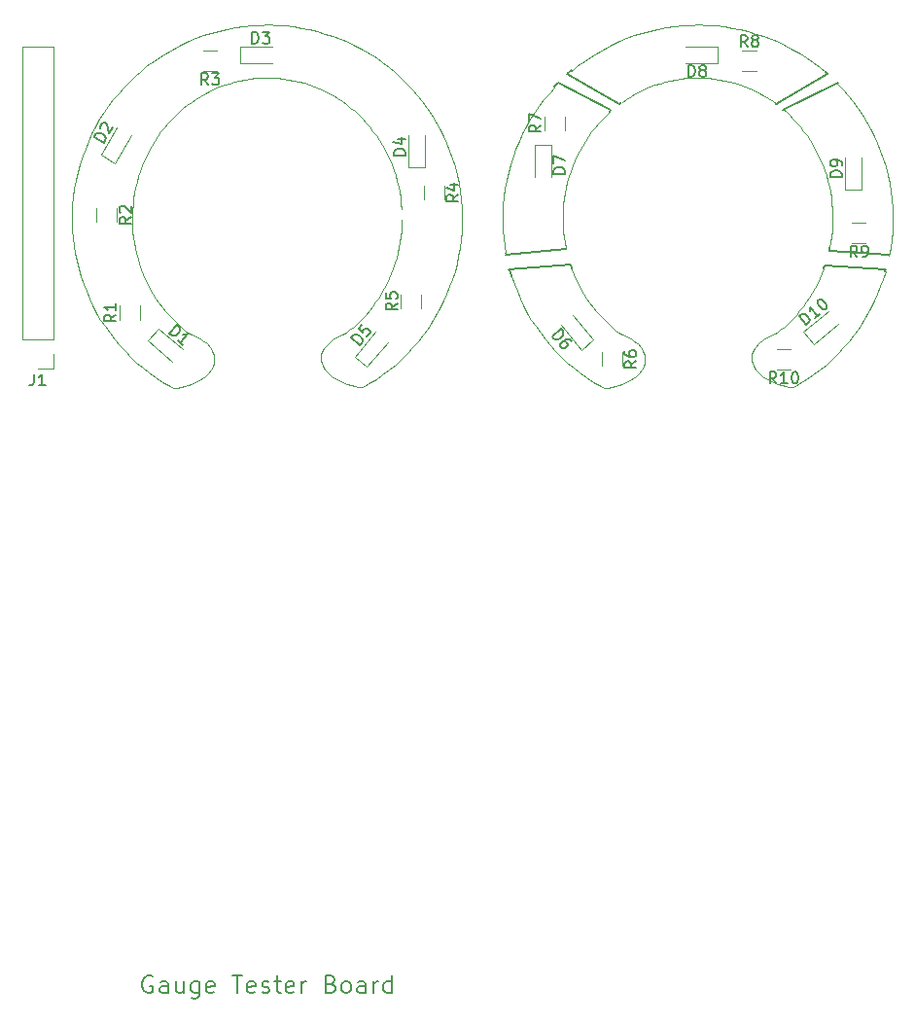
<source format=gbr>
G04 #@! TF.GenerationSoftware,KiCad,Pcbnew,5.1.0*
G04 #@! TF.CreationDate,2019-04-23T13:01:11-05:00*
G04 #@! TF.ProjectId,S4_20Badge,53345f32-3042-4616-9467-652e6b696361,rev?*
G04 #@! TF.SameCoordinates,Original*
G04 #@! TF.FileFunction,Legend,Top*
G04 #@! TF.FilePolarity,Positive*
%FSLAX46Y46*%
G04 Gerber Fmt 4.6, Leading zero omitted, Abs format (unit mm)*
G04 Created by KiCad (PCBNEW 5.1.0) date 2019-04-23 13:01:11*
%MOMM*%
%LPD*%
G04 APERTURE LIST*
%ADD10C,0.150000*%
%ADD11C,0.100000*%
%ADD12C,0.120000*%
G04 APERTURE END LIST*
D10*
X121464285Y-133750000D02*
X121321428Y-133678571D01*
X121107142Y-133678571D01*
X120892857Y-133750000D01*
X120750000Y-133892857D01*
X120678571Y-134035714D01*
X120607142Y-134321428D01*
X120607142Y-134535714D01*
X120678571Y-134821428D01*
X120750000Y-134964285D01*
X120892857Y-135107142D01*
X121107142Y-135178571D01*
X121250000Y-135178571D01*
X121464285Y-135107142D01*
X121535714Y-135035714D01*
X121535714Y-134535714D01*
X121250000Y-134535714D01*
X122821428Y-135178571D02*
X122821428Y-134392857D01*
X122750000Y-134250000D01*
X122607142Y-134178571D01*
X122321428Y-134178571D01*
X122178571Y-134250000D01*
X122821428Y-135107142D02*
X122678571Y-135178571D01*
X122321428Y-135178571D01*
X122178571Y-135107142D01*
X122107142Y-134964285D01*
X122107142Y-134821428D01*
X122178571Y-134678571D01*
X122321428Y-134607142D01*
X122678571Y-134607142D01*
X122821428Y-134535714D01*
X124178571Y-134178571D02*
X124178571Y-135178571D01*
X123535714Y-134178571D02*
X123535714Y-134964285D01*
X123607142Y-135107142D01*
X123750000Y-135178571D01*
X123964285Y-135178571D01*
X124107142Y-135107142D01*
X124178571Y-135035714D01*
X125535714Y-134178571D02*
X125535714Y-135392857D01*
X125464285Y-135535714D01*
X125392857Y-135607142D01*
X125250000Y-135678571D01*
X125035714Y-135678571D01*
X124892857Y-135607142D01*
X125535714Y-135107142D02*
X125392857Y-135178571D01*
X125107142Y-135178571D01*
X124964285Y-135107142D01*
X124892857Y-135035714D01*
X124821428Y-134892857D01*
X124821428Y-134464285D01*
X124892857Y-134321428D01*
X124964285Y-134250000D01*
X125107142Y-134178571D01*
X125392857Y-134178571D01*
X125535714Y-134250000D01*
X126821428Y-135107142D02*
X126678571Y-135178571D01*
X126392857Y-135178571D01*
X126250000Y-135107142D01*
X126178571Y-134964285D01*
X126178571Y-134392857D01*
X126250000Y-134250000D01*
X126392857Y-134178571D01*
X126678571Y-134178571D01*
X126821428Y-134250000D01*
X126892857Y-134392857D01*
X126892857Y-134535714D01*
X126178571Y-134678571D01*
X128464285Y-133678571D02*
X129321428Y-133678571D01*
X128892857Y-135178571D02*
X128892857Y-133678571D01*
X130392857Y-135107142D02*
X130250000Y-135178571D01*
X129964285Y-135178571D01*
X129821428Y-135107142D01*
X129750000Y-134964285D01*
X129750000Y-134392857D01*
X129821428Y-134250000D01*
X129964285Y-134178571D01*
X130250000Y-134178571D01*
X130392857Y-134250000D01*
X130464285Y-134392857D01*
X130464285Y-134535714D01*
X129750000Y-134678571D01*
X131035714Y-135107142D02*
X131178571Y-135178571D01*
X131464285Y-135178571D01*
X131607142Y-135107142D01*
X131678571Y-134964285D01*
X131678571Y-134892857D01*
X131607142Y-134750000D01*
X131464285Y-134678571D01*
X131250000Y-134678571D01*
X131107142Y-134607142D01*
X131035714Y-134464285D01*
X131035714Y-134392857D01*
X131107142Y-134250000D01*
X131250000Y-134178571D01*
X131464285Y-134178571D01*
X131607142Y-134250000D01*
X132107142Y-134178571D02*
X132678571Y-134178571D01*
X132321428Y-133678571D02*
X132321428Y-134964285D01*
X132392857Y-135107142D01*
X132535714Y-135178571D01*
X132678571Y-135178571D01*
X133750000Y-135107142D02*
X133607142Y-135178571D01*
X133321428Y-135178571D01*
X133178571Y-135107142D01*
X133107142Y-134964285D01*
X133107142Y-134392857D01*
X133178571Y-134250000D01*
X133321428Y-134178571D01*
X133607142Y-134178571D01*
X133750000Y-134250000D01*
X133821428Y-134392857D01*
X133821428Y-134535714D01*
X133107142Y-134678571D01*
X134464285Y-135178571D02*
X134464285Y-134178571D01*
X134464285Y-134464285D02*
X134535714Y-134321428D01*
X134607142Y-134250000D01*
X134750000Y-134178571D01*
X134892857Y-134178571D01*
X137035714Y-134392857D02*
X137250000Y-134464285D01*
X137321428Y-134535714D01*
X137392857Y-134678571D01*
X137392857Y-134892857D01*
X137321428Y-135035714D01*
X137250000Y-135107142D01*
X137107142Y-135178571D01*
X136535714Y-135178571D01*
X136535714Y-133678571D01*
X137035714Y-133678571D01*
X137178571Y-133750000D01*
X137250000Y-133821428D01*
X137321428Y-133964285D01*
X137321428Y-134107142D01*
X137250000Y-134250000D01*
X137178571Y-134321428D01*
X137035714Y-134392857D01*
X136535714Y-134392857D01*
X138250000Y-135178571D02*
X138107142Y-135107142D01*
X138035714Y-135035714D01*
X137964285Y-134892857D01*
X137964285Y-134464285D01*
X138035714Y-134321428D01*
X138107142Y-134250000D01*
X138250000Y-134178571D01*
X138464285Y-134178571D01*
X138607142Y-134250000D01*
X138678571Y-134321428D01*
X138750000Y-134464285D01*
X138750000Y-134892857D01*
X138678571Y-135035714D01*
X138607142Y-135107142D01*
X138464285Y-135178571D01*
X138250000Y-135178571D01*
X140035714Y-135178571D02*
X140035714Y-134392857D01*
X139964285Y-134250000D01*
X139821428Y-134178571D01*
X139535714Y-134178571D01*
X139392857Y-134250000D01*
X140035714Y-135107142D02*
X139892857Y-135178571D01*
X139535714Y-135178571D01*
X139392857Y-135107142D01*
X139321428Y-134964285D01*
X139321428Y-134821428D01*
X139392857Y-134678571D01*
X139535714Y-134607142D01*
X139892857Y-134607142D01*
X140035714Y-134535714D01*
X140750000Y-135178571D02*
X140750000Y-134178571D01*
X140750000Y-134464285D02*
X140821428Y-134321428D01*
X140892857Y-134250000D01*
X141035714Y-134178571D01*
X141178571Y-134178571D01*
X142321428Y-135178571D02*
X142321428Y-133678571D01*
X142321428Y-135107142D02*
X142178571Y-135178571D01*
X141892857Y-135178571D01*
X141750000Y-135107142D01*
X141678571Y-135035714D01*
X141607142Y-134892857D01*
X141607142Y-134464285D01*
X141678571Y-134321428D01*
X141750000Y-134250000D01*
X141892857Y-134178571D01*
X142178571Y-134178571D01*
X142321428Y-134250000D01*
X180100000Y-55000000D02*
X180300000Y-55200000D01*
X176600000Y-58400000D02*
X176450000Y-58300000D01*
X180450000Y-70200000D02*
X180400000Y-70550000D01*
X185300000Y-72350000D02*
X185350000Y-72150000D01*
X179950000Y-72050000D02*
X180050000Y-71800000D01*
X158000000Y-72100000D02*
X157900000Y-71750000D01*
X157450000Y-70300000D02*
X157450000Y-70400000D01*
X152250000Y-70750000D02*
X152300000Y-70900000D01*
X152750000Y-72800000D02*
X152550000Y-72200000D01*
X162150000Y-57750000D02*
X162300000Y-57650000D01*
X161300000Y-58450000D02*
X161400000Y-58350000D01*
X156800000Y-55950000D02*
X156500000Y-56300000D01*
X158000000Y-54850000D02*
X157600000Y-55200000D01*
X180300000Y-55200000D02*
X175800000Y-57800000D01*
X176400000Y-58300000D02*
X181200000Y-55950000D01*
X162150000Y-57750000D02*
X157600000Y-55200000D01*
X156800000Y-55950000D02*
X161400000Y-58300000D01*
X152250000Y-70900000D02*
X157450000Y-70400000D01*
X157900000Y-71750000D02*
X152500000Y-72200000D01*
X185600000Y-70900000D02*
X185600000Y-70850000D01*
X180400000Y-70550000D02*
X185600000Y-70900000D01*
X180050000Y-71800000D02*
X185350000Y-72150000D01*
D11*
X176907380Y-82381577D02*
X177243313Y-82431562D01*
X176582398Y-82318148D02*
X176907380Y-82381577D01*
X176269324Y-82241845D02*
X176582398Y-82318148D01*
X175969114Y-82153235D02*
X176269324Y-82241845D01*
X175682725Y-82052888D02*
X175969114Y-82153235D01*
X175411115Y-81941371D02*
X175682725Y-82052888D01*
X175155239Y-81819253D02*
X175411115Y-81941371D01*
X174916055Y-81687104D02*
X175155239Y-81819253D01*
X174694520Y-81545491D02*
X174916055Y-81687104D01*
X174491591Y-81394983D02*
X174694520Y-81545491D01*
X174308224Y-81236148D02*
X174491591Y-81394983D01*
X174145376Y-81069556D02*
X174308224Y-81236148D01*
X174004004Y-80895775D02*
X174145376Y-81069556D01*
X173885066Y-80715373D02*
X174004004Y-80895775D01*
X173789517Y-80528919D02*
X173885066Y-80715373D01*
X173718315Y-80336982D02*
X173789517Y-80528919D01*
X173672890Y-80142565D02*
X173718315Y-80336982D01*
X173653655Y-79948772D02*
X173672890Y-80142565D01*
X173660041Y-79756316D02*
X173653655Y-79948772D01*
X173691478Y-79565914D02*
X173660041Y-79756316D01*
X173747398Y-79378280D02*
X173691478Y-79565914D01*
X173827230Y-79194131D02*
X173747398Y-79378280D01*
X173930406Y-79014182D02*
X173827230Y-79194131D01*
X174056356Y-78839147D02*
X173930406Y-79014182D01*
X174204511Y-78669743D02*
X174056356Y-78839147D01*
X174374302Y-78506685D02*
X174204511Y-78669743D01*
X174565159Y-78350687D02*
X174374302Y-78506685D01*
X174776514Y-78202466D02*
X174565159Y-78350687D01*
X175007796Y-78062737D02*
X174776514Y-78202466D01*
X175258437Y-77932215D02*
X175007796Y-78062737D01*
X175527867Y-77811615D02*
X175258437Y-77932215D01*
X175815517Y-77701653D02*
X175527867Y-77811615D01*
X161128473Y-82468027D02*
X160789925Y-82518461D01*
X161455857Y-82403950D02*
X161128473Y-82468027D01*
X161771103Y-82326811D02*
X161455857Y-82403950D01*
X162073238Y-82237197D02*
X161771103Y-82326811D01*
X162361286Y-82135689D02*
X162073238Y-82237197D01*
X162634275Y-82022873D02*
X162361286Y-82135689D01*
X162891230Y-81899332D02*
X162634275Y-82022873D01*
X163131176Y-81765651D02*
X162891230Y-81899332D01*
X163353141Y-81622412D02*
X163131176Y-81765651D01*
X163556150Y-81470201D02*
X163353141Y-81622412D01*
X163739229Y-81309601D02*
X163556150Y-81470201D01*
X163901405Y-81141195D02*
X163739229Y-81309601D01*
X164041702Y-80965568D02*
X163901405Y-81141195D01*
X164159148Y-80783304D02*
X164041702Y-80965568D01*
X164252767Y-80594987D02*
X164159148Y-80783304D01*
X164321587Y-80401200D02*
X164252767Y-80594987D01*
X164364188Y-80205026D02*
X164321587Y-80401200D01*
X164380200Y-80009644D02*
X164364188Y-80205026D01*
X164370223Y-79815779D02*
X164380200Y-80009644D01*
X164334856Y-79624160D02*
X164370223Y-79815779D01*
X164274699Y-79435514D02*
X164334856Y-79624160D01*
X164190350Y-79250568D02*
X164274699Y-79435514D01*
X164082410Y-79070048D02*
X164190350Y-79250568D01*
X163951477Y-78894683D02*
X164082410Y-79070048D01*
X163798152Y-78725199D02*
X163951477Y-78894683D01*
X163623033Y-78562323D02*
X163798152Y-78725199D01*
X163426720Y-78406783D02*
X163623033Y-78562323D01*
X163209812Y-78259305D02*
X163426720Y-78406783D01*
X162972909Y-78120618D02*
X163209812Y-78259305D01*
X162716610Y-77991447D02*
X162972909Y-78120618D01*
X162441514Y-77872521D02*
X162716610Y-77991447D01*
X162148221Y-77764566D02*
X162441514Y-77872521D01*
X177475830Y-82350955D02*
X177243313Y-82431565D01*
X177829175Y-82120570D02*
X177475830Y-82350955D01*
X178437867Y-81732860D02*
X177829175Y-82120570D01*
X179025892Y-81322270D02*
X178437867Y-81732860D01*
X179592853Y-80889650D02*
X179025892Y-81322270D01*
X180138358Y-80435830D02*
X179592853Y-80889650D01*
X180662011Y-79961640D02*
X180138358Y-80435830D01*
X181163419Y-79467920D02*
X180662011Y-79961640D01*
X181642187Y-78955500D02*
X181163419Y-79467920D01*
X182097921Y-78425200D02*
X181642187Y-78955500D01*
X182530226Y-77877870D02*
X182097921Y-78425200D01*
X182938708Y-77314340D02*
X182530226Y-77877870D01*
X183322973Y-76735440D02*
X182938708Y-77314340D01*
X183682627Y-76142000D02*
X183322973Y-76735440D01*
X184017275Y-75534860D02*
X183682627Y-76142000D01*
X184326522Y-74914840D02*
X184017275Y-75534860D01*
X184609976Y-74282790D02*
X184326522Y-74914840D01*
X184867241Y-73639530D02*
X184609976Y-74282790D01*
X185097923Y-72985900D02*
X184867241Y-73639530D01*
X185301627Y-72322730D02*
X185097923Y-72985900D01*
X185746934Y-70284320D02*
X185626527Y-70971110D01*
X185838784Y-69591320D02*
X185746934Y-70284320D01*
X185901684Y-68892950D02*
X185838784Y-69591320D01*
X185935244Y-68190030D02*
X185901684Y-68892950D01*
X185939044Y-67483410D02*
X185935244Y-68190030D01*
X185912734Y-66773910D02*
X185939044Y-67483410D01*
X185855894Y-66062370D02*
X185912734Y-66773910D01*
X185768144Y-65349620D02*
X185855894Y-66062370D01*
X185649074Y-64636490D02*
X185768144Y-65349620D01*
X185498296Y-63923820D02*
X185649074Y-64636490D01*
X185316961Y-63218200D02*
X185498296Y-63923820D01*
X185106967Y-62526070D02*
X185316961Y-63218200D01*
X184869037Y-61847990D02*
X185106967Y-62526070D01*
X184603897Y-61184530D02*
X184869037Y-61847990D01*
X184312269Y-60536290D02*
X184603897Y-61184530D01*
X183994878Y-59903820D02*
X184312269Y-60536290D01*
X183652448Y-59287710D02*
X183994878Y-59903820D01*
X183285702Y-58688530D02*
X183652448Y-59287710D01*
X182895365Y-58106860D02*
X183285702Y-58688530D01*
X182482160Y-57543260D02*
X182895365Y-58106860D01*
X182046812Y-56998310D02*
X182482160Y-57543260D01*
X181590044Y-56472600D02*
X182046812Y-56998310D01*
X181112581Y-55966690D02*
X181590044Y-56472600D01*
X179563257Y-54573510D02*
X180098463Y-55016570D01*
X179010251Y-54152560D02*
X179563257Y-54573510D01*
X178440168Y-53754290D02*
X179010251Y-54152560D01*
X177853734Y-53379260D02*
X178440168Y-53754290D01*
X177251672Y-53028070D02*
X177853734Y-53379260D01*
X176634706Y-52701270D02*
X177251672Y-53028070D01*
X176003560Y-52399450D02*
X176634706Y-52701270D01*
X175358958Y-52123190D02*
X176003560Y-52399450D01*
X174701624Y-51873040D02*
X175358958Y-52123190D01*
X174032281Y-51649600D02*
X174701624Y-51873040D01*
X173351655Y-51453430D02*
X174032281Y-51649600D01*
X172660468Y-51285110D02*
X173351655Y-51453430D01*
X171959444Y-51145220D02*
X172660468Y-51285110D01*
X171249308Y-51034330D02*
X171959444Y-51145220D01*
X170530784Y-50953030D02*
X171249308Y-51034330D01*
X169804595Y-50901830D02*
X170530784Y-50953030D01*
X169071466Y-50881330D02*
X169804595Y-50901830D01*
X168338127Y-50892030D02*
X169071466Y-50881330D01*
X167611315Y-50933530D02*
X168338127Y-50892030D01*
X166891760Y-51005330D02*
X167611315Y-50933530D01*
X166180195Y-51106790D02*
X166891760Y-51005330D01*
X165477351Y-51237360D02*
X166180195Y-51106790D01*
X164783960Y-51396490D02*
X165477351Y-51237360D01*
X164100754Y-51583600D02*
X164783960Y-51396490D01*
X163428463Y-51798140D02*
X164100754Y-51583600D01*
X162767821Y-52039530D02*
X163428463Y-51798140D01*
X162119557Y-52307220D02*
X162767821Y-52039530D01*
X161484404Y-52600640D02*
X162119557Y-52307220D01*
X160863094Y-52919220D02*
X161484404Y-52600640D01*
X160256358Y-53262390D02*
X160863094Y-52919220D01*
X159664928Y-53629600D02*
X160256358Y-53262390D01*
X159089536Y-54020270D02*
X159664928Y-53629600D01*
X158530912Y-54433850D02*
X159089536Y-54020270D01*
X157989789Y-54869760D02*
X158530912Y-54433850D01*
X156014936Y-56825480D02*
X156478741Y-56305870D01*
X155572291Y-57364600D02*
X156014936Y-56825480D01*
X155151536Y-57922660D02*
X155572291Y-57364600D01*
X154753404Y-58499110D02*
X155151536Y-57922660D01*
X154378624Y-59093370D02*
X154753404Y-58499110D01*
X154027930Y-59704880D02*
X154378624Y-59093370D01*
X153702054Y-60333080D02*
X154027930Y-59704880D01*
X153401725Y-60977400D02*
X153702054Y-60333080D01*
X153127677Y-61637270D02*
X153401725Y-60977400D01*
X152880640Y-62312130D02*
X153127677Y-61637270D01*
X152661347Y-63001420D02*
X152880640Y-62312130D01*
X152470529Y-63704570D02*
X152661347Y-63001420D01*
X152310170Y-64415180D02*
X152470529Y-63704570D01*
X152181511Y-65126660D02*
X152310170Y-64415180D01*
X152084171Y-65838180D02*
X152181511Y-65126660D01*
X152017761Y-66548910D02*
X152084171Y-65838180D01*
X151981901Y-67257990D02*
X152017761Y-66548910D01*
X151976201Y-67964600D02*
X151981901Y-67257990D01*
X152000291Y-68667900D02*
X151976201Y-67964600D01*
X152053791Y-69367050D02*
X152000291Y-68667900D01*
X152136311Y-70061200D02*
X152053791Y-69367050D01*
X152247462Y-70749530D02*
X152136311Y-70061200D01*
X152970758Y-73427800D02*
X152748896Y-72771160D01*
X153219340Y-74074410D02*
X152970758Y-73427800D01*
X153494260Y-74710170D02*
X153219340Y-74074410D01*
X153795134Y-75334240D02*
X153494260Y-74710170D01*
X154121578Y-75945770D02*
X153795134Y-75334240D01*
X154473211Y-76543930D02*
X154121578Y-75945770D01*
X154849649Y-77127880D02*
X154473211Y-76543930D01*
X155250509Y-77696780D02*
X154849649Y-77127880D01*
X155675407Y-78249800D02*
X155250509Y-77696780D01*
X156123961Y-78786100D02*
X155675407Y-78249800D01*
X156595788Y-79304830D02*
X156123961Y-78786100D01*
X157090505Y-79805160D02*
X156595788Y-79304830D01*
X157607729Y-80286260D02*
X157090505Y-79805160D01*
X158147076Y-80747280D02*
X157607729Y-80286260D01*
X158708163Y-81187380D02*
X158147076Y-80747280D01*
X159290608Y-81605740D02*
X158708163Y-81187380D01*
X159894027Y-82001500D02*
X159290608Y-81605740D01*
X160518038Y-82373830D02*
X159894027Y-82001500D01*
X160789925Y-82518461D02*
X160518038Y-82373830D01*
X176146140Y-77444304D02*
X175761892Y-77741660D01*
X176516150Y-77133038D02*
X176146140Y-77444304D01*
X176871748Y-76808401D02*
X176516150Y-77133038D01*
X177212764Y-76470930D02*
X176871748Y-76808401D01*
X177539026Y-76121163D02*
X177212764Y-76470930D01*
X177850363Y-75759638D02*
X177539026Y-76121163D01*
X178146603Y-75386893D02*
X177850363Y-75759638D01*
X178427575Y-75003466D02*
X178146603Y-75386893D01*
X178693108Y-74609893D02*
X178427575Y-75003466D01*
X178943029Y-74206714D02*
X178693108Y-74609893D01*
X179177168Y-73794466D02*
X178943029Y-74206714D01*
X179395352Y-73373687D02*
X179177168Y-73794466D01*
X179597412Y-72944915D02*
X179395352Y-73373687D01*
X179783174Y-72508687D02*
X179597412Y-72944915D01*
X179952468Y-72065541D02*
X179783174Y-72508687D01*
X180545909Y-69764869D02*
X180461530Y-70234537D01*
X180612792Y-69291511D02*
X180545909Y-69764869D01*
X180662006Y-68815001D02*
X180612792Y-69291511D01*
X180693379Y-68335874D02*
X180662006Y-68815001D01*
X180706741Y-67854671D02*
X180693379Y-68335874D01*
X180701920Y-67371928D02*
X180706741Y-67854671D01*
X180678745Y-66888183D02*
X180701920Y-67371928D01*
X180637043Y-66403974D02*
X180678745Y-66888183D01*
X180576644Y-65919840D02*
X180637043Y-66403974D01*
X180497376Y-65436317D02*
X180576644Y-65919840D01*
X180399067Y-64953943D02*
X180497376Y-65436317D01*
X180281547Y-64473257D02*
X180399067Y-64953943D01*
X180144643Y-63994796D02*
X180281547Y-64473257D01*
X179989342Y-63522498D02*
X180144643Y-63994796D01*
X179817035Y-63060165D02*
X179989342Y-63522498D01*
X179628164Y-62608130D02*
X179817035Y-63060165D01*
X179423166Y-62166725D02*
X179628164Y-62608130D01*
X179202481Y-61736286D02*
X179423166Y-62166725D01*
X178966548Y-61317144D02*
X179202481Y-61736286D01*
X178715806Y-60909633D02*
X178966548Y-61317144D01*
X178450694Y-60514086D02*
X178715806Y-60909633D01*
X178171652Y-60130836D02*
X178450694Y-60514086D01*
X177879119Y-59760218D02*
X178171652Y-60130836D01*
X177573533Y-59402563D02*
X177879119Y-59760218D01*
X177255335Y-59058205D02*
X177573533Y-59402563D01*
X176924963Y-58727478D02*
X177255335Y-59058205D01*
X176582856Y-58410715D02*
X176924963Y-58727478D01*
X175490521Y-57547540D02*
X175865196Y-57820412D01*
X175105868Y-57289964D02*
X175490521Y-57547540D01*
X174711676Y-57048018D02*
X175105868Y-57289964D01*
X174308385Y-56822035D02*
X174711676Y-57048018D01*
X173896434Y-56612349D02*
X174308385Y-56822035D01*
X173476262Y-56419292D02*
X173896434Y-56612349D01*
X173048307Y-56243199D02*
X173476262Y-56419292D01*
X172613010Y-56084402D02*
X173048307Y-56243199D01*
X172170809Y-55943234D02*
X172613010Y-56084402D01*
X171722144Y-55820029D02*
X172170809Y-55943234D01*
X171267454Y-55715120D02*
X171722144Y-55820029D01*
X170807178Y-55628840D02*
X171267454Y-55715120D01*
X170341755Y-55561523D02*
X170807178Y-55628840D01*
X169871624Y-55513502D02*
X170341755Y-55561523D01*
X169397225Y-55485110D02*
X169871624Y-55513502D01*
X168918996Y-55476680D02*
X169397225Y-55485110D01*
X168440832Y-55488422D02*
X168918996Y-55476680D01*
X167966623Y-55520099D02*
X168440832Y-55488422D01*
X167496808Y-55571375D02*
X167966623Y-55520099D01*
X167031823Y-55641914D02*
X167496808Y-55571375D01*
X166572105Y-55731380D02*
X167031823Y-55641914D01*
X166118091Y-55839435D02*
X166572105Y-55731380D01*
X165670219Y-55965745D02*
X166118091Y-55839435D01*
X165228925Y-56109972D02*
X165670219Y-55965745D01*
X164794647Y-56271780D02*
X165228925Y-56109972D01*
X164367821Y-56450834D02*
X164794647Y-56271780D01*
X163948884Y-56646796D02*
X164367821Y-56450834D01*
X163538274Y-56859331D02*
X163948884Y-56646796D01*
X163136428Y-57088102D02*
X163538274Y-56859331D01*
X162743782Y-57332772D02*
X163136428Y-57088102D01*
X162360774Y-57593006D02*
X162743782Y-57332772D01*
X160933861Y-58782853D02*
X161273948Y-58463728D01*
X160605598Y-59115861D02*
X160933861Y-58782853D01*
X160289595Y-59462415D02*
X160605598Y-59115861D01*
X159986289Y-59822178D02*
X160289595Y-59462415D01*
X159696117Y-60194815D02*
X159986289Y-59822178D01*
X159419516Y-60579988D02*
X159696117Y-60194815D01*
X159156923Y-60977362D02*
X159419516Y-60579988D01*
X158908776Y-61386601D02*
X159156923Y-60977362D01*
X158675511Y-61807368D02*
X158908776Y-61386601D01*
X158457566Y-62239326D02*
X158675511Y-61807368D01*
X158255377Y-62682140D02*
X158457566Y-62239326D01*
X158069382Y-63135474D02*
X158255377Y-62682140D01*
X157900017Y-63598990D02*
X158069382Y-63135474D01*
X157747720Y-64072353D02*
X157900017Y-63598990D01*
X157613859Y-64551752D02*
X157747720Y-64072353D01*
X157499396Y-65033241D02*
X157613859Y-64551752D01*
X157404154Y-65516285D02*
X157499396Y-65033241D01*
X157327960Y-66000346D02*
X157404154Y-65516285D01*
X157270639Y-66484889D02*
X157327960Y-66000346D01*
X157232014Y-66969375D02*
X157270639Y-66484889D01*
X157211913Y-67453270D02*
X157232014Y-66969375D01*
X157210159Y-67936036D02*
X157211913Y-67453270D01*
X157226578Y-68417136D02*
X157210159Y-67936036D01*
X157260996Y-68896035D02*
X157226578Y-68417136D01*
X157313236Y-69372194D02*
X157260996Y-68896035D01*
X157383125Y-69845079D02*
X157313236Y-69372194D01*
X157470487Y-70314151D02*
X157383125Y-69845079D01*
X158163277Y-72583553D02*
X157991171Y-72141590D01*
X158351807Y-73018485D02*
X158163277Y-72583553D01*
X158556586Y-73445849D02*
X158351807Y-73018485D01*
X158777440Y-73865108D02*
X158556586Y-73445849D01*
X159014193Y-74275725D02*
X158777440Y-73865108D01*
X159266670Y-74677165D02*
X159014193Y-74275725D01*
X159534697Y-75068889D02*
X159266670Y-74677165D01*
X159818100Y-75450363D02*
X159534697Y-75068889D01*
X160116702Y-75821048D02*
X159818100Y-75450363D01*
X160430329Y-76180409D02*
X160116702Y-75821048D01*
X160758806Y-76527908D02*
X160430329Y-76180409D01*
X161101959Y-76863010D02*
X160758806Y-76527908D01*
X161459612Y-77185177D02*
X161101959Y-76863010D01*
X161831591Y-77493873D02*
X161459612Y-77185177D01*
X162217720Y-77788562D02*
X161831591Y-77493873D01*
X139407380Y-82381577D02*
X139743313Y-82431562D01*
X139082398Y-82318148D02*
X139407380Y-82381577D01*
X138769324Y-82241845D02*
X139082398Y-82318148D01*
X138469114Y-82153235D02*
X138769324Y-82241845D01*
X138182725Y-82052888D02*
X138469114Y-82153235D01*
X137911115Y-81941371D02*
X138182725Y-82052888D01*
X137655239Y-81819253D02*
X137911115Y-81941371D01*
X137416055Y-81687104D02*
X137655239Y-81819253D01*
X137194520Y-81545491D02*
X137416055Y-81687104D01*
X136991591Y-81394983D02*
X137194520Y-81545491D01*
X136808224Y-81236148D02*
X136991591Y-81394983D01*
X136645376Y-81069556D02*
X136808224Y-81236148D01*
X136504004Y-80895775D02*
X136645376Y-81069556D01*
X136385066Y-80715373D02*
X136504004Y-80895775D01*
X136289517Y-80528919D02*
X136385066Y-80715373D01*
X136218315Y-80336982D02*
X136289517Y-80528919D01*
X136172890Y-80142565D02*
X136218315Y-80336982D01*
X136153655Y-79948772D02*
X136172890Y-80142565D01*
X136160041Y-79756316D02*
X136153655Y-79948772D01*
X136191478Y-79565914D02*
X136160041Y-79756316D01*
X136247398Y-79378280D02*
X136191478Y-79565914D01*
X136327230Y-79194131D02*
X136247398Y-79378280D01*
X136430406Y-79014182D02*
X136327230Y-79194131D01*
X136556356Y-78839147D02*
X136430406Y-79014182D01*
X136704511Y-78669743D02*
X136556356Y-78839147D01*
X136874302Y-78506685D02*
X136704511Y-78669743D01*
X137065159Y-78350687D02*
X136874302Y-78506685D01*
X137276514Y-78202466D02*
X137065159Y-78350687D01*
X137507796Y-78062737D02*
X137276514Y-78202466D01*
X137758437Y-77932215D02*
X137507796Y-78062737D01*
X138027867Y-77811615D02*
X137758437Y-77932215D01*
X138315517Y-77701653D02*
X138027867Y-77811615D01*
X123628473Y-82468027D02*
X123289925Y-82518461D01*
X123955857Y-82403950D02*
X123628473Y-82468027D01*
X124271103Y-82326811D02*
X123955857Y-82403950D01*
X124573238Y-82237197D02*
X124271103Y-82326811D01*
X124861286Y-82135689D02*
X124573238Y-82237197D01*
X125134275Y-82022873D02*
X124861286Y-82135689D01*
X125391230Y-81899332D02*
X125134275Y-82022873D01*
X125631176Y-81765651D02*
X125391230Y-81899332D01*
X125853141Y-81622412D02*
X125631176Y-81765651D01*
X126056150Y-81470201D02*
X125853141Y-81622412D01*
X126239229Y-81309601D02*
X126056150Y-81470201D01*
X126401405Y-81141195D02*
X126239229Y-81309601D01*
X126541702Y-80965568D02*
X126401405Y-81141195D01*
X126659148Y-80783304D02*
X126541702Y-80965568D01*
X126752767Y-80594987D02*
X126659148Y-80783304D01*
X126821587Y-80401200D02*
X126752767Y-80594987D01*
X126864188Y-80205026D02*
X126821587Y-80401200D01*
X126880200Y-80009644D02*
X126864188Y-80205026D01*
X126870223Y-79815779D02*
X126880200Y-80009644D01*
X126834856Y-79624160D02*
X126870223Y-79815779D01*
X126774699Y-79435514D02*
X126834856Y-79624160D01*
X126690350Y-79250568D02*
X126774699Y-79435514D01*
X126582410Y-79070048D02*
X126690350Y-79250568D01*
X126451477Y-78894683D02*
X126582410Y-79070048D01*
X126298152Y-78725199D02*
X126451477Y-78894683D01*
X126123033Y-78562323D02*
X126298152Y-78725199D01*
X125926720Y-78406783D02*
X126123033Y-78562323D01*
X125709812Y-78259305D02*
X125926720Y-78406783D01*
X125472909Y-78120618D02*
X125709812Y-78259305D01*
X125216610Y-77991447D02*
X125472909Y-78120618D01*
X124941514Y-77872521D02*
X125216610Y-77991447D01*
X124648221Y-77764566D02*
X124941514Y-77872521D01*
X139975830Y-82350955D02*
X139743313Y-82431565D01*
X140329175Y-82120570D02*
X139975830Y-82350955D01*
X140937867Y-81732860D02*
X140329175Y-82120570D01*
X141525892Y-81322270D02*
X140937867Y-81732860D01*
X142092853Y-80889650D02*
X141525892Y-81322270D01*
X142638358Y-80435830D02*
X142092853Y-80889650D01*
X143162011Y-79961640D02*
X142638358Y-80435830D01*
X143663419Y-79467920D02*
X143162011Y-79961640D01*
X144142187Y-78955500D02*
X143663419Y-79467920D01*
X144597921Y-78425200D02*
X144142187Y-78955500D01*
X145030226Y-77877870D02*
X144597921Y-78425200D01*
X145438708Y-77314340D02*
X145030226Y-77877870D01*
X145822973Y-76735440D02*
X145438708Y-77314340D01*
X146182627Y-76142000D02*
X145822973Y-76735440D01*
X146517275Y-75534860D02*
X146182627Y-76142000D01*
X146826522Y-74914840D02*
X146517275Y-75534860D01*
X147109976Y-74282790D02*
X146826522Y-74914840D01*
X147367241Y-73639530D02*
X147109976Y-74282790D01*
X147597923Y-72985900D02*
X147367241Y-73639530D01*
X147801627Y-72322730D02*
X147597923Y-72985900D01*
X147977960Y-71650860D02*
X147801627Y-72322730D01*
X148126527Y-70971110D02*
X147977960Y-71650860D01*
X148246934Y-70284320D02*
X148126527Y-70971110D01*
X148338784Y-69591320D02*
X148246934Y-70284320D01*
X148401684Y-68892950D02*
X148338784Y-69591320D01*
X148435244Y-68190030D02*
X148401684Y-68892950D01*
X148439044Y-67483410D02*
X148435244Y-68190030D01*
X148412734Y-66773910D02*
X148439044Y-67483410D01*
X148355894Y-66062370D02*
X148412734Y-66773910D01*
X148268144Y-65349620D02*
X148355894Y-66062370D01*
X148149074Y-64636490D02*
X148268144Y-65349620D01*
X147998296Y-63923820D02*
X148149074Y-64636490D01*
X147816961Y-63218200D02*
X147998296Y-63923820D01*
X147606967Y-62526070D02*
X147816961Y-63218200D01*
X147369037Y-61847990D02*
X147606967Y-62526070D01*
X147103897Y-61184530D02*
X147369037Y-61847990D01*
X146812269Y-60536290D02*
X147103897Y-61184530D01*
X146494878Y-59903820D02*
X146812269Y-60536290D01*
X146152448Y-59287710D02*
X146494878Y-59903820D01*
X145785702Y-58688530D02*
X146152448Y-59287710D01*
X145395365Y-58106860D02*
X145785702Y-58688530D01*
X144982160Y-57543260D02*
X145395365Y-58106860D01*
X144546812Y-56998310D02*
X144982160Y-57543260D01*
X144090044Y-56472600D02*
X144546812Y-56998310D01*
X143612581Y-55966690D02*
X144090044Y-56472600D01*
X143115146Y-55481150D02*
X143612581Y-55966690D01*
X142598463Y-55016570D02*
X143115146Y-55481150D01*
X142063257Y-54573510D02*
X142598463Y-55016570D01*
X141510251Y-54152560D02*
X142063257Y-54573510D01*
X140940168Y-53754290D02*
X141510251Y-54152560D01*
X140353734Y-53379260D02*
X140940168Y-53754290D01*
X139751672Y-53028070D02*
X140353734Y-53379260D01*
X139134706Y-52701270D02*
X139751672Y-53028070D01*
X138503560Y-52399450D02*
X139134706Y-52701270D01*
X137858958Y-52123190D02*
X138503560Y-52399450D01*
X137201624Y-51873040D02*
X137858958Y-52123190D01*
X136532281Y-51649600D02*
X137201624Y-51873040D01*
X135851655Y-51453430D02*
X136532281Y-51649600D01*
X135160468Y-51285110D02*
X135851655Y-51453430D01*
X134459444Y-51145220D02*
X135160468Y-51285110D01*
X133749308Y-51034330D02*
X134459444Y-51145220D01*
X133030784Y-50953030D02*
X133749308Y-51034330D01*
X132304595Y-50901830D02*
X133030784Y-50953030D01*
X131571466Y-50881330D02*
X132304595Y-50901830D01*
X130838127Y-50892030D02*
X131571466Y-50881330D01*
X130111315Y-50933530D02*
X130838127Y-50892030D01*
X129391760Y-51005330D02*
X130111315Y-50933530D01*
X128680195Y-51106790D02*
X129391760Y-51005330D01*
X127977351Y-51237360D02*
X128680195Y-51106790D01*
X127283960Y-51396490D02*
X127977351Y-51237360D01*
X126600754Y-51583600D02*
X127283960Y-51396490D01*
X125928463Y-51798140D02*
X126600754Y-51583600D01*
X125267821Y-52039530D02*
X125928463Y-51798140D01*
X124619557Y-52307220D02*
X125267821Y-52039530D01*
X123984404Y-52600640D02*
X124619557Y-52307220D01*
X123363094Y-52919220D02*
X123984404Y-52600640D01*
X122756358Y-53262390D02*
X123363094Y-52919220D01*
X122164928Y-53629600D02*
X122756358Y-53262390D01*
X121589536Y-54020270D02*
X122164928Y-53629600D01*
X121030912Y-54433850D02*
X121589536Y-54020270D01*
X120489789Y-54869760D02*
X121030912Y-54433850D01*
X119966899Y-55327450D02*
X120489789Y-54869760D01*
X119462972Y-55806340D02*
X119966899Y-55327450D01*
X118978741Y-56305870D02*
X119462972Y-55806340D01*
X118514936Y-56825480D02*
X118978741Y-56305870D01*
X118072291Y-57364600D02*
X118514936Y-56825480D01*
X117651536Y-57922660D02*
X118072291Y-57364600D01*
X117253404Y-58499110D02*
X117651536Y-57922660D01*
X116878624Y-59093370D02*
X117253404Y-58499110D01*
X116527930Y-59704880D02*
X116878624Y-59093370D01*
X116202054Y-60333080D02*
X116527930Y-59704880D01*
X115901725Y-60977400D02*
X116202054Y-60333080D01*
X115627677Y-61637270D02*
X115901725Y-60977400D01*
X115380640Y-62312130D02*
X115627677Y-61637270D01*
X115161347Y-63001420D02*
X115380640Y-62312130D01*
X114970529Y-63704570D02*
X115161347Y-63001420D01*
X114810170Y-64415180D02*
X114970529Y-63704570D01*
X114681511Y-65126660D02*
X114810170Y-64415180D01*
X114584171Y-65838180D02*
X114681511Y-65126660D01*
X114517761Y-66548910D02*
X114584171Y-65838180D01*
X114481901Y-67257990D02*
X114517761Y-66548910D01*
X114476201Y-67964600D02*
X114481901Y-67257990D01*
X114500291Y-68667900D02*
X114476201Y-67964600D01*
X114553791Y-69367050D02*
X114500291Y-68667900D01*
X114636311Y-70061200D02*
X114553791Y-69367050D01*
X114747462Y-70749530D02*
X114636311Y-70061200D01*
X114886865Y-71431190D02*
X114747462Y-70749530D01*
X115054137Y-72105350D02*
X114886865Y-71431190D01*
X115248896Y-72771160D02*
X115054137Y-72105350D01*
X115470758Y-73427800D02*
X115248896Y-72771160D01*
X115719340Y-74074410D02*
X115470758Y-73427800D01*
X115994260Y-74710170D02*
X115719340Y-74074410D01*
X116295134Y-75334240D02*
X115994260Y-74710170D01*
X116621578Y-75945770D02*
X116295134Y-75334240D01*
X116973211Y-76543930D02*
X116621578Y-75945770D01*
X117349649Y-77127880D02*
X116973211Y-76543930D01*
X117750509Y-77696780D02*
X117349649Y-77127880D01*
X118175407Y-78249800D02*
X117750509Y-77696780D01*
X118623961Y-78786100D02*
X118175407Y-78249800D01*
X119095788Y-79304830D02*
X118623961Y-78786100D01*
X119590505Y-79805160D02*
X119095788Y-79304830D01*
X120107729Y-80286260D02*
X119590505Y-79805160D01*
X120647076Y-80747280D02*
X120107729Y-80286260D01*
X121208163Y-81187380D02*
X120647076Y-80747280D01*
X121790608Y-81605740D02*
X121208163Y-81187380D01*
X122394027Y-82001500D02*
X121790608Y-81605740D01*
X123018038Y-82373830D02*
X122394027Y-82001500D01*
X123289925Y-82518461D02*
X123018038Y-82373830D01*
X138646140Y-77444304D02*
X138261892Y-77741660D01*
X139016150Y-77133038D02*
X138646140Y-77444304D01*
X139371748Y-76808401D02*
X139016150Y-77133038D01*
X139712764Y-76470930D02*
X139371748Y-76808401D01*
X140039026Y-76121163D02*
X139712764Y-76470930D01*
X140350363Y-75759638D02*
X140039026Y-76121163D01*
X140646603Y-75386893D02*
X140350363Y-75759638D01*
X140927575Y-75003466D02*
X140646603Y-75386893D01*
X141193108Y-74609893D02*
X140927575Y-75003466D01*
X141443029Y-74206714D02*
X141193108Y-74609893D01*
X141677168Y-73794466D02*
X141443029Y-74206714D01*
X141895352Y-73373687D02*
X141677168Y-73794466D01*
X142097412Y-72944915D02*
X141895352Y-73373687D01*
X142283174Y-72508687D02*
X142097412Y-72944915D01*
X142452468Y-72065541D02*
X142283174Y-72508687D01*
X142605122Y-71616015D02*
X142452468Y-72065541D01*
X142740964Y-71160647D02*
X142605122Y-71616015D01*
X142859824Y-70699975D02*
X142740964Y-71160647D01*
X142961530Y-70234537D02*
X142859824Y-70699975D01*
X143045909Y-69764869D02*
X142961530Y-70234537D01*
X143112792Y-69291511D02*
X143045909Y-69764869D01*
X143162006Y-68815001D02*
X143112792Y-69291511D01*
X143193379Y-68335874D02*
X143162006Y-68815001D01*
X143206741Y-67854671D02*
X143193379Y-68335874D01*
X143137043Y-66403974D02*
X143178745Y-66888183D01*
X143076644Y-65919840D02*
X143137043Y-66403974D01*
X142997376Y-65436317D02*
X143076644Y-65919840D01*
X142899067Y-64953943D02*
X142997376Y-65436317D01*
X142781547Y-64473257D02*
X142899067Y-64953943D01*
X142644643Y-63994796D02*
X142781547Y-64473257D01*
X142489342Y-63522498D02*
X142644643Y-63994796D01*
X142317035Y-63060165D02*
X142489342Y-63522498D01*
X142128164Y-62608130D02*
X142317035Y-63060165D01*
X141923166Y-62166725D02*
X142128164Y-62608130D01*
X141702481Y-61736286D02*
X141923166Y-62166725D01*
X141466548Y-61317144D02*
X141702481Y-61736286D01*
X141215806Y-60909633D02*
X141466548Y-61317144D01*
X140950694Y-60514086D02*
X141215806Y-60909633D01*
X140671652Y-60130836D02*
X140950694Y-60514086D01*
X140379119Y-59760218D02*
X140671652Y-60130836D01*
X140073533Y-59402563D02*
X140379119Y-59760218D01*
X139755335Y-59058205D02*
X140073533Y-59402563D01*
X139424963Y-58727478D02*
X139755335Y-59058205D01*
X139082856Y-58410715D02*
X139424963Y-58727478D01*
X138729454Y-58108249D02*
X139082856Y-58410715D01*
X138365196Y-57820412D02*
X138729454Y-58108249D01*
X137990521Y-57547540D02*
X138365196Y-57820412D01*
X137605868Y-57289964D02*
X137990521Y-57547540D01*
X137211676Y-57048018D02*
X137605868Y-57289964D01*
X136808385Y-56822035D02*
X137211676Y-57048018D01*
X136396434Y-56612349D02*
X136808385Y-56822035D01*
X135976262Y-56419292D02*
X136396434Y-56612349D01*
X135548307Y-56243199D02*
X135976262Y-56419292D01*
X135113010Y-56084402D02*
X135548307Y-56243199D01*
X134670809Y-55943234D02*
X135113010Y-56084402D01*
X134222144Y-55820029D02*
X134670809Y-55943234D01*
X133767454Y-55715120D02*
X134222144Y-55820029D01*
X133307178Y-55628840D02*
X133767454Y-55715120D01*
X132841755Y-55561523D02*
X133307178Y-55628840D01*
X132371624Y-55513502D02*
X132841755Y-55561523D01*
X131897225Y-55485110D02*
X132371624Y-55513502D01*
X131418996Y-55476680D02*
X131897225Y-55485110D01*
X130940832Y-55488422D02*
X131418996Y-55476680D01*
X130466623Y-55520099D02*
X130940832Y-55488422D01*
X129996808Y-55571375D02*
X130466623Y-55520099D01*
X129531823Y-55641914D02*
X129996808Y-55571375D01*
X129072105Y-55731380D02*
X129531823Y-55641914D01*
X128618091Y-55839435D02*
X129072105Y-55731380D01*
X128170219Y-55965745D02*
X128618091Y-55839435D01*
X127728925Y-56109972D02*
X128170219Y-55965745D01*
X127294647Y-56271780D02*
X127728925Y-56109972D01*
X126867821Y-56450834D02*
X127294647Y-56271780D01*
X126448884Y-56646796D02*
X126867821Y-56450834D01*
X126038274Y-56859331D02*
X126448884Y-56646796D01*
X125636428Y-57088102D02*
X126038274Y-56859331D01*
X125243782Y-57332772D02*
X125636428Y-57088102D01*
X124860774Y-57593006D02*
X125243782Y-57332772D01*
X124487841Y-57868468D02*
X124860774Y-57593006D01*
X124125420Y-58158821D02*
X124487841Y-57868468D01*
X123773948Y-58463728D02*
X124125420Y-58158821D01*
X123433861Y-58782853D02*
X123773948Y-58463728D01*
X123105598Y-59115861D02*
X123433861Y-58782853D01*
X122789595Y-59462415D02*
X123105598Y-59115861D01*
X122486289Y-59822178D02*
X122789595Y-59462415D01*
X122196117Y-60194815D02*
X122486289Y-59822178D01*
X121919516Y-60579988D02*
X122196117Y-60194815D01*
X121656923Y-60977362D02*
X121919516Y-60579988D01*
X121408776Y-61386601D02*
X121656923Y-60977362D01*
X121175511Y-61807368D02*
X121408776Y-61386601D01*
X120957566Y-62239326D02*
X121175511Y-61807368D01*
X120755377Y-62682140D02*
X120957566Y-62239326D01*
X120569382Y-63135474D02*
X120755377Y-62682140D01*
X120400017Y-63598990D02*
X120569382Y-63135474D01*
X120247720Y-64072353D02*
X120400017Y-63598990D01*
X120113859Y-64551752D02*
X120247720Y-64072353D01*
X119999396Y-65033241D02*
X120113859Y-64551752D01*
X119904154Y-65516285D02*
X119999396Y-65033241D01*
X119827960Y-66000346D02*
X119904154Y-65516285D01*
X119770639Y-66484889D02*
X119827960Y-66000346D01*
X119732014Y-66969375D02*
X119770639Y-66484889D01*
X119711913Y-67453270D02*
X119732014Y-66969375D01*
X119710159Y-67936036D02*
X119711913Y-67453270D01*
X119726578Y-68417136D02*
X119710159Y-67936036D01*
X119760996Y-68896035D02*
X119726578Y-68417136D01*
X119813236Y-69372194D02*
X119760996Y-68896035D01*
X119883125Y-69845079D02*
X119813236Y-69372194D01*
X119970487Y-70314151D02*
X119883125Y-69845079D01*
X120075147Y-70778875D02*
X119970487Y-70314151D01*
X120196931Y-71238714D02*
X120075147Y-70778875D01*
X120335664Y-71693131D02*
X120196931Y-71238714D01*
X120491171Y-72141590D02*
X120335664Y-71693131D01*
X120663277Y-72583553D02*
X120491171Y-72141590D01*
X120851807Y-73018485D02*
X120663277Y-72583553D01*
X121056586Y-73445849D02*
X120851807Y-73018485D01*
X121277440Y-73865108D02*
X121056586Y-73445849D01*
X121514193Y-74275725D02*
X121277440Y-73865108D01*
X121766670Y-74677165D02*
X121514193Y-74275725D01*
X122034697Y-75068889D02*
X121766670Y-74677165D01*
X122318100Y-75450363D02*
X122034697Y-75068889D01*
X122616702Y-75821048D02*
X122318100Y-75450363D01*
X122930329Y-76180409D02*
X122616702Y-75821048D01*
X123258806Y-76527908D02*
X122930329Y-76180409D01*
X123601959Y-76863010D02*
X123258806Y-76527908D01*
X123959612Y-77185177D02*
X123601959Y-76863010D01*
X124331591Y-77493873D02*
X123959612Y-77185177D01*
X124717720Y-77788562D02*
X124331591Y-77493873D01*
D12*
X121971071Y-77306751D02*
X124115996Y-79106556D01*
X121071169Y-78379213D02*
X123216093Y-80179019D01*
X121971071Y-77306751D02*
X121071169Y-78379213D01*
X158827853Y-79171480D02*
X159900315Y-78271578D01*
X159900315Y-78271578D02*
X158100510Y-76126653D01*
X158827853Y-79171480D02*
X157028047Y-77026556D01*
X116993782Y-62208846D02*
X118393782Y-59783975D01*
X118206218Y-62908846D02*
X119606218Y-60483975D01*
X116993782Y-62208846D02*
X118206218Y-62908846D01*
X156200000Y-61300000D02*
X154800000Y-61300000D01*
X154800000Y-61300000D02*
X154800000Y-64100000D01*
X156200000Y-61300000D02*
X156200000Y-64100000D01*
X129100000Y-52800000D02*
X129100000Y-54200000D01*
X129100000Y-54200000D02*
X131900000Y-54200000D01*
X129100000Y-52800000D02*
X131900000Y-52800000D01*
X170700000Y-54200000D02*
X167900000Y-54200000D01*
X170700000Y-52800000D02*
X167900000Y-52800000D01*
X170700000Y-54200000D02*
X170700000Y-52800000D01*
X143800000Y-63300000D02*
X143800000Y-60500000D01*
X145200000Y-63300000D02*
X145200000Y-60500000D01*
X143800000Y-63300000D02*
X145200000Y-63300000D01*
X181800000Y-65200000D02*
X183200000Y-65200000D01*
X183200000Y-65200000D02*
X183200000Y-62400000D01*
X181800000Y-65200000D02*
X181800000Y-62400000D01*
X139099685Y-79771578D02*
X140172147Y-80671480D01*
X140172147Y-80671480D02*
X141971953Y-78526556D01*
X139099685Y-79771578D02*
X140899490Y-77626653D01*
X178171169Y-77620787D02*
X180316093Y-75820981D01*
X179071071Y-78693249D02*
X181215996Y-76893444D01*
X178171169Y-77620787D02*
X179071071Y-78693249D01*
X112830000Y-52770000D02*
X110170000Y-52770000D01*
X112830000Y-78230000D02*
X112830000Y-52770000D01*
X110170000Y-78230000D02*
X110170000Y-52770000D01*
X112830000Y-78230000D02*
X110170000Y-78230000D01*
X112830000Y-79500000D02*
X112830000Y-80830000D01*
X112830000Y-80830000D02*
X111500000Y-80830000D01*
X118620000Y-76550000D02*
X118620000Y-75350000D01*
X120380000Y-75350000D02*
X120380000Y-76550000D01*
X162380000Y-79400000D02*
X162380000Y-80600000D01*
X160620000Y-80600000D02*
X160620000Y-79400000D01*
X116620000Y-68050000D02*
X116620000Y-66850000D01*
X118380000Y-66850000D02*
X118380000Y-68050000D01*
X157380000Y-58850000D02*
X157380000Y-60050000D01*
X155620000Y-60050000D02*
X155620000Y-58850000D01*
X127100000Y-54880000D02*
X125900000Y-54880000D01*
X125900000Y-53120000D02*
X127100000Y-53120000D01*
X174050000Y-54880000D02*
X172850000Y-54880000D01*
X172850000Y-53120000D02*
X174050000Y-53120000D01*
X145120000Y-66100000D02*
X145120000Y-64900000D01*
X146880000Y-64900000D02*
X146880000Y-66100000D01*
X183600000Y-69880000D02*
X182400000Y-69880000D01*
X182400000Y-68120000D02*
X183600000Y-68120000D01*
X143120000Y-75550000D02*
X143120000Y-74350000D01*
X144880000Y-74350000D02*
X144880000Y-75550000D01*
X175850000Y-79120000D02*
X177050000Y-79120000D01*
X177050000Y-80880000D02*
X175850000Y-80880000D01*
D10*
X122975843Y-77761341D02*
X123618630Y-76995296D01*
X123801022Y-77148341D01*
X123879848Y-77276646D01*
X123891587Y-77410821D01*
X123866847Y-77514386D01*
X123780890Y-77690908D01*
X123689063Y-77800343D01*
X123530149Y-77915648D01*
X123432453Y-77957995D01*
X123298278Y-77969734D01*
X123158234Y-77914386D01*
X122975843Y-77761341D01*
X124143149Y-78740827D02*
X123705409Y-78373520D01*
X123924279Y-78557173D02*
X124567066Y-77791129D01*
X124402283Y-77839346D01*
X124268109Y-77851085D01*
X124164543Y-77826345D01*
X156275319Y-78000062D02*
X157041364Y-77357274D01*
X157194408Y-77539666D01*
X157249757Y-77679709D01*
X157238018Y-77813884D01*
X157195670Y-77911580D01*
X157080366Y-78070494D01*
X156970931Y-78162321D01*
X156794409Y-78248278D01*
X156690843Y-78273018D01*
X156556669Y-78261279D01*
X156428364Y-78182453D01*
X156275319Y-78000062D01*
X157959632Y-78451623D02*
X157837196Y-78305710D01*
X157739500Y-78263362D01*
X157672412Y-78257493D01*
X157501760Y-78276363D01*
X157325237Y-78362321D01*
X157033411Y-78607192D01*
X156991063Y-78704888D01*
X156985194Y-78771975D01*
X157009934Y-78875541D01*
X157132369Y-79021454D01*
X157230065Y-79063802D01*
X157297153Y-79069671D01*
X157400718Y-79044932D01*
X157583110Y-78891887D01*
X157625457Y-78794191D01*
X157631327Y-78727104D01*
X157606587Y-78623538D01*
X157484152Y-78477625D01*
X157386455Y-78435277D01*
X157319368Y-78429408D01*
X157215803Y-78454147D01*
X117266988Y-61140399D02*
X116400963Y-60640399D01*
X116520010Y-60434203D01*
X116632678Y-60334294D01*
X116762776Y-60299435D01*
X116869064Y-60305814D01*
X117057831Y-60359813D01*
X117181549Y-60431242D01*
X117322697Y-60567719D01*
X117381366Y-60656578D01*
X117416225Y-60786675D01*
X117386036Y-60934203D01*
X117266988Y-61140399D01*
X116959632Y-59863232D02*
X116942202Y-59798183D01*
X116948582Y-59691895D01*
X117067630Y-59485699D01*
X117156488Y-59427030D01*
X117221537Y-59409600D01*
X117327825Y-59415980D01*
X117410303Y-59463599D01*
X117510212Y-59576266D01*
X117719369Y-60356852D01*
X118028893Y-59820741D01*
X157402380Y-63838095D02*
X156402380Y-63838095D01*
X156402380Y-63600000D01*
X156450000Y-63457142D01*
X156545238Y-63361904D01*
X156640476Y-63314285D01*
X156830952Y-63266666D01*
X156973809Y-63266666D01*
X157164285Y-63314285D01*
X157259523Y-63361904D01*
X157354761Y-63457142D01*
X157402380Y-63600000D01*
X157402380Y-63838095D01*
X156402380Y-62933333D02*
X156402380Y-62266666D01*
X157402380Y-62695238D01*
X130161904Y-52502380D02*
X130161904Y-51502380D01*
X130400000Y-51502380D01*
X130542857Y-51550000D01*
X130638095Y-51645238D01*
X130685714Y-51740476D01*
X130733333Y-51930952D01*
X130733333Y-52073809D01*
X130685714Y-52264285D01*
X130638095Y-52359523D01*
X130542857Y-52454761D01*
X130400000Y-52502380D01*
X130161904Y-52502380D01*
X131066666Y-51502380D02*
X131685714Y-51502380D01*
X131352380Y-51883333D01*
X131495238Y-51883333D01*
X131590476Y-51930952D01*
X131638095Y-51978571D01*
X131685714Y-52073809D01*
X131685714Y-52311904D01*
X131638095Y-52407142D01*
X131590476Y-52454761D01*
X131495238Y-52502380D01*
X131209523Y-52502380D01*
X131114285Y-52454761D01*
X131066666Y-52407142D01*
X168161904Y-55402380D02*
X168161904Y-54402380D01*
X168400000Y-54402380D01*
X168542857Y-54450000D01*
X168638095Y-54545238D01*
X168685714Y-54640476D01*
X168733333Y-54830952D01*
X168733333Y-54973809D01*
X168685714Y-55164285D01*
X168638095Y-55259523D01*
X168542857Y-55354761D01*
X168400000Y-55402380D01*
X168161904Y-55402380D01*
X169304761Y-54830952D02*
X169209523Y-54783333D01*
X169161904Y-54735714D01*
X169114285Y-54640476D01*
X169114285Y-54592857D01*
X169161904Y-54497619D01*
X169209523Y-54450000D01*
X169304761Y-54402380D01*
X169495238Y-54402380D01*
X169590476Y-54450000D01*
X169638095Y-54497619D01*
X169685714Y-54592857D01*
X169685714Y-54640476D01*
X169638095Y-54735714D01*
X169590476Y-54783333D01*
X169495238Y-54830952D01*
X169304761Y-54830952D01*
X169209523Y-54878571D01*
X169161904Y-54926190D01*
X169114285Y-55021428D01*
X169114285Y-55211904D01*
X169161904Y-55307142D01*
X169209523Y-55354761D01*
X169304761Y-55402380D01*
X169495238Y-55402380D01*
X169590476Y-55354761D01*
X169638095Y-55307142D01*
X169685714Y-55211904D01*
X169685714Y-55021428D01*
X169638095Y-54926190D01*
X169590476Y-54878571D01*
X169495238Y-54830952D01*
X143502380Y-62238095D02*
X142502380Y-62238095D01*
X142502380Y-62000000D01*
X142550000Y-61857142D01*
X142645238Y-61761904D01*
X142740476Y-61714285D01*
X142930952Y-61666666D01*
X143073809Y-61666666D01*
X143264285Y-61714285D01*
X143359523Y-61761904D01*
X143454761Y-61857142D01*
X143502380Y-62000000D01*
X143502380Y-62238095D01*
X142835714Y-60809523D02*
X143502380Y-60809523D01*
X142454761Y-61047619D02*
X143169047Y-61285714D01*
X143169047Y-60666666D01*
X181502380Y-64138095D02*
X180502380Y-64138095D01*
X180502380Y-63900000D01*
X180550000Y-63757142D01*
X180645238Y-63661904D01*
X180740476Y-63614285D01*
X180930952Y-63566666D01*
X181073809Y-63566666D01*
X181264285Y-63614285D01*
X181359523Y-63661904D01*
X181454761Y-63757142D01*
X181502380Y-63900000D01*
X181502380Y-64138095D01*
X181502380Y-63090476D02*
X181502380Y-62900000D01*
X181454761Y-62804761D01*
X181407142Y-62757142D01*
X181264285Y-62661904D01*
X181073809Y-62614285D01*
X180692857Y-62614285D01*
X180597619Y-62661904D01*
X180550000Y-62709523D01*
X180502380Y-62804761D01*
X180502380Y-62995238D01*
X180550000Y-63090476D01*
X180597619Y-63138095D01*
X180692857Y-63185714D01*
X180930952Y-63185714D01*
X181026190Y-63138095D01*
X181073809Y-63090476D01*
X181121428Y-62995238D01*
X181121428Y-62804761D01*
X181073809Y-62709523D01*
X181026190Y-62661904D01*
X180930952Y-62614285D01*
X139554275Y-78766805D02*
X138788230Y-78124018D01*
X138941275Y-77941626D01*
X139069580Y-77862800D01*
X139203755Y-77851061D01*
X139307320Y-77875801D01*
X139483842Y-77961758D01*
X139593277Y-78053585D01*
X139708582Y-78212499D01*
X139750929Y-78310195D01*
X139762668Y-78444370D01*
X139707320Y-78584414D01*
X139554275Y-78766805D01*
X139737107Y-76993190D02*
X139431018Y-77357973D01*
X139765192Y-77700541D01*
X139759323Y-77633453D01*
X139784062Y-77529888D01*
X139937107Y-77347496D01*
X140034803Y-77305149D01*
X140101891Y-77299279D01*
X140205456Y-77324019D01*
X140387848Y-77477064D01*
X140430195Y-77574760D01*
X140436065Y-77641847D01*
X140411325Y-77745413D01*
X140258280Y-77927804D01*
X140160584Y-77970152D01*
X140093497Y-77976021D01*
X178428546Y-77016307D02*
X177785758Y-76250263D01*
X177968149Y-76097218D01*
X178108193Y-76041870D01*
X178242368Y-76053608D01*
X178340064Y-76095956D01*
X178498978Y-76211260D01*
X178590805Y-76320695D01*
X178676762Y-76497217D01*
X178701502Y-76600783D01*
X178689763Y-76734957D01*
X178610937Y-76863263D01*
X178428546Y-77016307D01*
X179595851Y-76036821D02*
X179158112Y-76404129D01*
X179376982Y-76220475D02*
X178734194Y-75454431D01*
X178753064Y-75625083D01*
X178741325Y-75759258D01*
X178698978Y-75856954D01*
X179427282Y-74872861D02*
X179500238Y-74811643D01*
X179603804Y-74786903D01*
X179670891Y-74792773D01*
X179768587Y-74835120D01*
X179927501Y-74950425D01*
X180080546Y-75132816D01*
X180166503Y-75309338D01*
X180191243Y-75412904D01*
X180185374Y-75479991D01*
X180143026Y-75577687D01*
X180070069Y-75638905D01*
X179966504Y-75663645D01*
X179899417Y-75657775D01*
X179801720Y-75615428D01*
X179642806Y-75500123D01*
X179489762Y-75317732D01*
X179403804Y-75141210D01*
X179379065Y-75037644D01*
X179384934Y-74970557D01*
X179427282Y-74872861D01*
X111166666Y-81282380D02*
X111166666Y-81996666D01*
X111119047Y-82139523D01*
X111023809Y-82234761D01*
X110880952Y-82282380D01*
X110785714Y-82282380D01*
X112166666Y-82282380D02*
X111595238Y-82282380D01*
X111880952Y-82282380D02*
X111880952Y-81282380D01*
X111785714Y-81425238D01*
X111690476Y-81520476D01*
X111595238Y-81568095D01*
X118302380Y-76116666D02*
X117826190Y-76450000D01*
X118302380Y-76688095D02*
X117302380Y-76688095D01*
X117302380Y-76307142D01*
X117350000Y-76211904D01*
X117397619Y-76164285D01*
X117492857Y-76116666D01*
X117635714Y-76116666D01*
X117730952Y-76164285D01*
X117778571Y-76211904D01*
X117826190Y-76307142D01*
X117826190Y-76688095D01*
X118302380Y-75164285D02*
X118302380Y-75735714D01*
X118302380Y-75450000D02*
X117302380Y-75450000D01*
X117445238Y-75545238D01*
X117540476Y-75640476D01*
X117588095Y-75735714D01*
X163602380Y-80166666D02*
X163126190Y-80500000D01*
X163602380Y-80738095D02*
X162602380Y-80738095D01*
X162602380Y-80357142D01*
X162650000Y-80261904D01*
X162697619Y-80214285D01*
X162792857Y-80166666D01*
X162935714Y-80166666D01*
X163030952Y-80214285D01*
X163078571Y-80261904D01*
X163126190Y-80357142D01*
X163126190Y-80738095D01*
X162602380Y-79309523D02*
X162602380Y-79500000D01*
X162650000Y-79595238D01*
X162697619Y-79642857D01*
X162840476Y-79738095D01*
X163030952Y-79785714D01*
X163411904Y-79785714D01*
X163507142Y-79738095D01*
X163554761Y-79690476D01*
X163602380Y-79595238D01*
X163602380Y-79404761D01*
X163554761Y-79309523D01*
X163507142Y-79261904D01*
X163411904Y-79214285D01*
X163173809Y-79214285D01*
X163078571Y-79261904D01*
X163030952Y-79309523D01*
X162983333Y-79404761D01*
X162983333Y-79595238D01*
X163030952Y-79690476D01*
X163078571Y-79738095D01*
X163173809Y-79785714D01*
X119602380Y-67616666D02*
X119126190Y-67950000D01*
X119602380Y-68188095D02*
X118602380Y-68188095D01*
X118602380Y-67807142D01*
X118650000Y-67711904D01*
X118697619Y-67664285D01*
X118792857Y-67616666D01*
X118935714Y-67616666D01*
X119030952Y-67664285D01*
X119078571Y-67711904D01*
X119126190Y-67807142D01*
X119126190Y-68188095D01*
X118697619Y-67235714D02*
X118650000Y-67188095D01*
X118602380Y-67092857D01*
X118602380Y-66854761D01*
X118650000Y-66759523D01*
X118697619Y-66711904D01*
X118792857Y-66664285D01*
X118888095Y-66664285D01*
X119030952Y-66711904D01*
X119602380Y-67283333D01*
X119602380Y-66664285D01*
X155302380Y-59616666D02*
X154826190Y-59950000D01*
X155302380Y-60188095D02*
X154302380Y-60188095D01*
X154302380Y-59807142D01*
X154350000Y-59711904D01*
X154397619Y-59664285D01*
X154492857Y-59616666D01*
X154635714Y-59616666D01*
X154730952Y-59664285D01*
X154778571Y-59711904D01*
X154826190Y-59807142D01*
X154826190Y-60188095D01*
X154302380Y-59283333D02*
X154302380Y-58616666D01*
X155302380Y-59045238D01*
X126333333Y-56102380D02*
X126000000Y-55626190D01*
X125761904Y-56102380D02*
X125761904Y-55102380D01*
X126142857Y-55102380D01*
X126238095Y-55150000D01*
X126285714Y-55197619D01*
X126333333Y-55292857D01*
X126333333Y-55435714D01*
X126285714Y-55530952D01*
X126238095Y-55578571D01*
X126142857Y-55626190D01*
X125761904Y-55626190D01*
X126666666Y-55102380D02*
X127285714Y-55102380D01*
X126952380Y-55483333D01*
X127095238Y-55483333D01*
X127190476Y-55530952D01*
X127238095Y-55578571D01*
X127285714Y-55673809D01*
X127285714Y-55911904D01*
X127238095Y-56007142D01*
X127190476Y-56054761D01*
X127095238Y-56102380D01*
X126809523Y-56102380D01*
X126714285Y-56054761D01*
X126666666Y-56007142D01*
X173283333Y-52802380D02*
X172950000Y-52326190D01*
X172711904Y-52802380D02*
X172711904Y-51802380D01*
X173092857Y-51802380D01*
X173188095Y-51850000D01*
X173235714Y-51897619D01*
X173283333Y-51992857D01*
X173283333Y-52135714D01*
X173235714Y-52230952D01*
X173188095Y-52278571D01*
X173092857Y-52326190D01*
X172711904Y-52326190D01*
X173854761Y-52230952D02*
X173759523Y-52183333D01*
X173711904Y-52135714D01*
X173664285Y-52040476D01*
X173664285Y-51992857D01*
X173711904Y-51897619D01*
X173759523Y-51850000D01*
X173854761Y-51802380D01*
X174045238Y-51802380D01*
X174140476Y-51850000D01*
X174188095Y-51897619D01*
X174235714Y-51992857D01*
X174235714Y-52040476D01*
X174188095Y-52135714D01*
X174140476Y-52183333D01*
X174045238Y-52230952D01*
X173854761Y-52230952D01*
X173759523Y-52278571D01*
X173711904Y-52326190D01*
X173664285Y-52421428D01*
X173664285Y-52611904D01*
X173711904Y-52707142D01*
X173759523Y-52754761D01*
X173854761Y-52802380D01*
X174045238Y-52802380D01*
X174140476Y-52754761D01*
X174188095Y-52707142D01*
X174235714Y-52611904D01*
X174235714Y-52421428D01*
X174188095Y-52326190D01*
X174140476Y-52278571D01*
X174045238Y-52230952D01*
X148102380Y-65666666D02*
X147626190Y-66000000D01*
X148102380Y-66238095D02*
X147102380Y-66238095D01*
X147102380Y-65857142D01*
X147150000Y-65761904D01*
X147197619Y-65714285D01*
X147292857Y-65666666D01*
X147435714Y-65666666D01*
X147530952Y-65714285D01*
X147578571Y-65761904D01*
X147626190Y-65857142D01*
X147626190Y-66238095D01*
X147435714Y-64809523D02*
X148102380Y-64809523D01*
X147054761Y-65047619D02*
X147769047Y-65285714D01*
X147769047Y-64666666D01*
X182833333Y-71102380D02*
X182500000Y-70626190D01*
X182261904Y-71102380D02*
X182261904Y-70102380D01*
X182642857Y-70102380D01*
X182738095Y-70150000D01*
X182785714Y-70197619D01*
X182833333Y-70292857D01*
X182833333Y-70435714D01*
X182785714Y-70530952D01*
X182738095Y-70578571D01*
X182642857Y-70626190D01*
X182261904Y-70626190D01*
X183309523Y-71102380D02*
X183500000Y-71102380D01*
X183595238Y-71054761D01*
X183642857Y-71007142D01*
X183738095Y-70864285D01*
X183785714Y-70673809D01*
X183785714Y-70292857D01*
X183738095Y-70197619D01*
X183690476Y-70150000D01*
X183595238Y-70102380D01*
X183404761Y-70102380D01*
X183309523Y-70150000D01*
X183261904Y-70197619D01*
X183214285Y-70292857D01*
X183214285Y-70530952D01*
X183261904Y-70626190D01*
X183309523Y-70673809D01*
X183404761Y-70721428D01*
X183595238Y-70721428D01*
X183690476Y-70673809D01*
X183738095Y-70626190D01*
X183785714Y-70530952D01*
X142802380Y-75116666D02*
X142326190Y-75450000D01*
X142802380Y-75688095D02*
X141802380Y-75688095D01*
X141802380Y-75307142D01*
X141850000Y-75211904D01*
X141897619Y-75164285D01*
X141992857Y-75116666D01*
X142135714Y-75116666D01*
X142230952Y-75164285D01*
X142278571Y-75211904D01*
X142326190Y-75307142D01*
X142326190Y-75688095D01*
X141802380Y-74211904D02*
X141802380Y-74688095D01*
X142278571Y-74735714D01*
X142230952Y-74688095D01*
X142183333Y-74592857D01*
X142183333Y-74354761D01*
X142230952Y-74259523D01*
X142278571Y-74211904D01*
X142373809Y-74164285D01*
X142611904Y-74164285D01*
X142707142Y-74211904D01*
X142754761Y-74259523D01*
X142802380Y-74354761D01*
X142802380Y-74592857D01*
X142754761Y-74688095D01*
X142707142Y-74735714D01*
X175807142Y-82102380D02*
X175473809Y-81626190D01*
X175235714Y-82102380D02*
X175235714Y-81102380D01*
X175616666Y-81102380D01*
X175711904Y-81150000D01*
X175759523Y-81197619D01*
X175807142Y-81292857D01*
X175807142Y-81435714D01*
X175759523Y-81530952D01*
X175711904Y-81578571D01*
X175616666Y-81626190D01*
X175235714Y-81626190D01*
X176759523Y-82102380D02*
X176188095Y-82102380D01*
X176473809Y-82102380D02*
X176473809Y-81102380D01*
X176378571Y-81245238D01*
X176283333Y-81340476D01*
X176188095Y-81388095D01*
X177378571Y-81102380D02*
X177473809Y-81102380D01*
X177569047Y-81150000D01*
X177616666Y-81197619D01*
X177664285Y-81292857D01*
X177711904Y-81483333D01*
X177711904Y-81721428D01*
X177664285Y-81911904D01*
X177616666Y-82007142D01*
X177569047Y-82054761D01*
X177473809Y-82102380D01*
X177378571Y-82102380D01*
X177283333Y-82054761D01*
X177235714Y-82007142D01*
X177188095Y-81911904D01*
X177140476Y-81721428D01*
X177140476Y-81483333D01*
X177188095Y-81292857D01*
X177235714Y-81197619D01*
X177283333Y-81150000D01*
X177378571Y-81102380D01*
M02*

</source>
